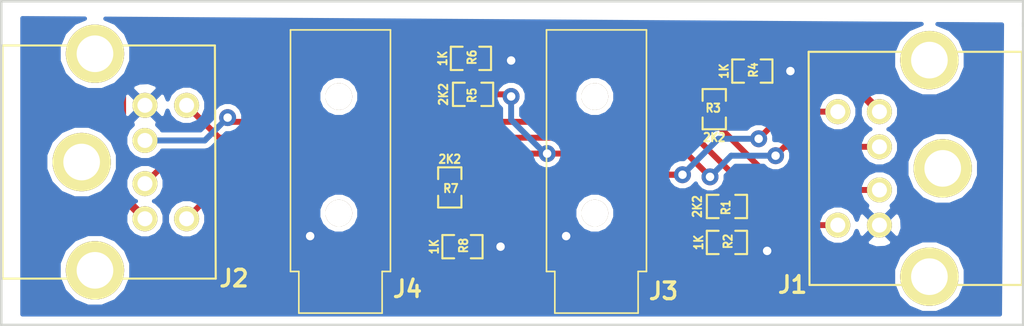
<source format=kicad_pcb>
(kicad_pcb (version 3) (host pcbnew "(2013-mar-13)-testing")

  (general
    (links 24)
    (no_connects 0)
    (area 206.299999 155.372999 267.791001 174.954001)
    (thickness 1.6)
    (drawings 11)
    (tracks 90)
    (zones 0)
    (modules 12)
    (nets 11)
  )

  (page A3)
  (layers
    (15 F.Cu signal)
    (0 B.Cu signal)
    (16 B.Adhes user)
    (17 F.Adhes user)
    (18 B.Paste user)
    (19 F.Paste user)
    (20 B.SilkS user)
    (21 F.SilkS user)
    (22 B.Mask user)
    (23 F.Mask user)
    (24 Dwgs.User user)
    (25 Cmts.User user)
    (26 Eco1.User user)
    (27 Eco2.User user)
    (28 Edge.Cuts user)
  )

  (setup
    (last_trace_width 0.3556)
    (trace_clearance 0.254)
    (zone_clearance 0.3048)
    (zone_45_only no)
    (trace_min 0.254)
    (segment_width 0.2)
    (edge_width 0.15)
    (via_size 1.016)
    (via_drill 0.508)
    (via_min_size 0.889)
    (via_min_drill 0.508)
    (uvia_size 0.508)
    (uvia_drill 0.127)
    (uvias_allowed no)
    (uvia_min_size 0.508)
    (uvia_min_drill 0.127)
    (pcb_text_width 0.3)
    (pcb_text_size 1.5 1.5)
    (mod_edge_width 0.15)
    (mod_text_size 1.5 1.5)
    (mod_text_width 0.15)
    (pad_size 1.4 1.4)
    (pad_drill 0.6)
    (pad_to_mask_clearance 0.2)
    (aux_axis_origin 0 0)
    (visible_elements FFFFFF7F)
    (pcbplotparams
      (layerselection 3178497)
      (usegerberextensions true)
      (excludeedgelayer true)
      (linewidth 152400)
      (plotframeref false)
      (viasonmask false)
      (mode 1)
      (useauxorigin false)
      (hpglpennumber 1)
      (hpglpenspeed 20)
      (hpglpendiameter 15)
      (hpglpenoverlay 2)
      (psnegative false)
      (psa4output false)
      (plotreference true)
      (plotvalue true)
      (plotothertext true)
      (plotinvisibletext false)
      (padsonsilk false)
      (subtractmaskfromsilk false)
      (outputformat 1)
      (mirror false)
      (drillshape 1)
      (scaleselection 1)
      (outputdirectory ""))
  )

  (net 0 "")
  (net 1 /CLK)
  (net 2 /CLK_OUT)
  (net 3 /DATA)
  (net 4 /DATA_OUT)
  (net 5 /M_CLK)
  (net 6 /M_CLK_OUT)
  (net 7 /M_DATA)
  (net 8 /M_DATA_OUT)
  (net 9 /VCC)
  (net 10 GND)

  (net_class Default "This is the default net class."
    (clearance 0.254)
    (trace_width 0.3556)
    (via_dia 1.016)
    (via_drill 0.508)
    (uvia_dia 0.508)
    (uvia_drill 0.127)
    (add_net "")
    (add_net /CLK)
    (add_net /CLK_OUT)
    (add_net /DATA)
    (add_net /DATA_OUT)
    (add_net /M_CLK)
    (add_net /M_CLK_OUT)
    (add_net /M_DATA)
    (add_net /M_DATA_OUT)
    (add_net /VCC)
    (add_net GND)
  )

  (module MD-6006 (layer F.Cu) (tedit 5191830A) (tstamp 519137EB)
    (at 211.201 165.1 90)
    (path /50935B42)
    (attr virtual)
    (fp_text reference J2 (at -4.17322 4.6228 90) (layer B.SilkS) hide
      (effects (font (size 0.8128 0.8128) (thickness 0.0889)))
    )
    (fp_text value MINI_DIN_6 (at 2.68478 4.66344 90) (layer B.SilkS) hide
      (effects (font (size 0.8128 0.8128) (thickness 0.0889)))
    )
    (fp_line (start 6.9977 -4.7498) (end -6.9977 -4.7498) (layer F.SilkS) (width 0.127))
    (fp_line (start -6.9977 -4.7498) (end -6.9977 -0.24892) (layer F.SilkS) (width 0.127))
    (fp_line (start -6.9977 -0.24892) (end -6.9977 8.04926) (layer F.SilkS) (width 0.127))
    (fp_line (start -6.9977 8.04926) (end 6.9977 7.99846) (layer F.SilkS) (width 0.127))
    (fp_line (start 6.9977 7.99846) (end 6.9977 1.74752) (layer F.SilkS) (width 0.127))
    (fp_line (start 6.9977 1.74752) (end 6.9977 -0.24892) (layer F.SilkS) (width 0.127))
    (fp_line (start 6.9977 -0.24892) (end 6.9977 -4.7498) (layer F.SilkS) (width 0.127))
    (fp_text user VAL (at -1.98 -6.21 90) (layer B.SilkS) hide
      (effects (font (size 1.5 1.5) (thickness 0.02)))
    )
    (pad "" thru_hole circle (at 6.5 0.8 90) (size 3.5 3.5) (drill 2.2)
      (layers *.Cu F.SilkS F.Mask)
    )
    (pad "" thru_hole circle (at 0 0 90) (size 3.5 3.5) (drill 2.2)
      (layers *.Cu F.SilkS F.Mask)
    )
    (pad "" thru_hole circle (at -6.5 0.8 90) (size 3.5 3.5) (drill 2.2)
      (layers *.Cu F.SilkS F.Mask)
    )
    (pad 4 thru_hole circle (at -3.405 3.8 90) (size 1.5 1.5) (drill 0.9)
      (layers *.Cu *.Mask F.SilkS)
      (net 9 /VCC)
    )
    (pad 5 thru_hole circle (at 3.405 6.3 90) (size 1.5 1.5) (drill 0.9)
      (layers *.Cu *.Mask F.SilkS)
      (net 1 /CLK)
    )
    (pad 6 thru_hole circle (at -3.405 6.3 90) (size 1.5 1.5) (drill 0.9)
      (layers *.Cu *.Mask F.SilkS)
      (net 5 /M_CLK)
    )
    (pad 1 thru_hole circle (at 1.295 3.8 90) (size 1.5 1.5) (drill 0.9)
      (layers *.Cu *.Mask F.SilkS)
      (net 3 /DATA)
    )
    (pad 2 thru_hole circle (at -1.295 3.8 90) (size 1.5 1.5) (drill 0.9)
      (layers *.Cu *.Mask F.SilkS)
      (net 7 /M_DATA)
    )
    (pad 3 thru_hole circle (at 3.405 3.8 90) (size 1.5 1.5) (drill 0.9)
      (layers *.Cu *.Mask F.SilkS)
      (net 10 GND)
    )
  )

  (module MD-6006 (layer F.Cu) (tedit 5191826B) (tstamp 519137D5)
    (at 262.89 165.481 270)
    (path /50935B3B)
    (attr virtual)
    (fp_text reference J1 (at -4.17322 4.6228 270) (layer B.SilkS) hide
      (effects (font (size 0.8128 0.8128) (thickness 0.0889)))
    )
    (fp_text value MINI_DIN_6 (at 2.68478 4.66344 270) (layer B.SilkS) hide
      (effects (font (size 0.8128 0.8128) (thickness 0.0889)))
    )
    (fp_line (start 6.9977 -4.7498) (end -6.9977 -4.7498) (layer F.SilkS) (width 0.127))
    (fp_line (start -6.9977 -4.7498) (end -6.9977 -0.24892) (layer F.SilkS) (width 0.127))
    (fp_line (start -6.9977 -0.24892) (end -6.9977 8.04926) (layer F.SilkS) (width 0.127))
    (fp_line (start -6.9977 8.04926) (end 6.9977 7.99846) (layer F.SilkS) (width 0.127))
    (fp_line (start 6.9977 7.99846) (end 6.9977 1.74752) (layer F.SilkS) (width 0.127))
    (fp_line (start 6.9977 1.74752) (end 6.9977 -0.24892) (layer F.SilkS) (width 0.127))
    (fp_line (start 6.9977 -0.24892) (end 6.9977 -4.7498) (layer F.SilkS) (width 0.127))
    (fp_text user VAL (at -1.98 -6.21 270) (layer B.SilkS) hide
      (effects (font (size 1.5 1.5) (thickness 0.02)))
    )
    (pad "" thru_hole circle (at 6.5 0.8 270) (size 3.5 3.5) (drill 2.2)
      (layers *.Cu F.SilkS F.Mask)
    )
    (pad "" thru_hole circle (at 0 0 270) (size 3.5 3.5) (drill 2.2)
      (layers *.Cu F.SilkS F.Mask)
    )
    (pad "" thru_hole circle (at -6.5 0.8 270) (size 3.5 3.5) (drill 2.2)
      (layers *.Cu F.SilkS F.Mask)
    )
    (pad 4 thru_hole circle (at -3.405 3.8 270) (size 1.5 1.5) (drill 0.9)
      (layers *.Cu *.Mask F.SilkS)
      (net 9 /VCC)
    )
    (pad 5 thru_hole circle (at 3.405 6.3 270) (size 1.5 1.5) (drill 0.9)
      (layers *.Cu *.Mask F.SilkS)
      (net 1 /CLK)
    )
    (pad 6 thru_hole circle (at -3.405 6.3 270) (size 1.5 1.5) (drill 0.9)
      (layers *.Cu *.Mask F.SilkS)
      (net 5 /M_CLK)
    )
    (pad 1 thru_hole circle (at 1.295 3.8 270) (size 1.5 1.5) (drill 0.9)
      (layers *.Cu *.Mask F.SilkS)
      (net 3 /DATA)
    )
    (pad 2 thru_hole circle (at -1.295 3.8 270) (size 1.5 1.5) (drill 0.9)
      (layers *.Cu *.Mask F.SilkS)
      (net 7 /M_DATA)
    )
    (pad 3 thru_hole circle (at 3.405 3.8 270) (size 1.5 1.5) (drill 0.9)
      (layers *.Cu *.Mask F.SilkS)
      (net 10 GND)
    )
  )

  (module SM0603_Resistor (layer F.Cu) (tedit 51918401) (tstamp 51913819)
    (at 249.936 167.767 180)
    (path /518F3957)
    (attr smd)
    (fp_text reference R1 (at 0.0635 -0.0635 270) (layer F.SilkS)
      (effects (font (size 0.50038 0.4572) (thickness 0.1143)))
    )
    (fp_text value 2K2 (at 1.778 0 270) (layer F.SilkS)
      (effects (font (size 0.508 0.4572) (thickness 0.1143)))
    )
    (fp_line (start -0.50038 -0.6985) (end -1.2065 -0.6985) (layer F.SilkS) (width 0.127))
    (fp_line (start -1.2065 -0.6985) (end -1.2065 0.6985) (layer F.SilkS) (width 0.127))
    (fp_line (start -1.2065 0.6985) (end -0.50038 0.6985) (layer F.SilkS) (width 0.127))
    (fp_line (start 1.2065 -0.6985) (end 0.50038 -0.6985) (layer F.SilkS) (width 0.127))
    (fp_line (start 1.2065 -0.6985) (end 1.2065 0.6985) (layer F.SilkS) (width 0.127))
    (fp_line (start 1.2065 0.6985) (end 0.50038 0.6985) (layer F.SilkS) (width 0.127))
    (pad 1 smd rect (at -0.762 0 180) (size 0.635 1.143)
      (layers F.Cu F.Paste F.Mask)
      (net 1 /CLK)
    )
    (pad 2 smd rect (at 0.762 0 180) (size 0.635 1.143)
      (layers F.Cu F.Paste F.Mask)
      (net 2 /CLK_OUT)
    )
    (model smd\resistors\R0603.wrl
      (at (xyz 0 0 0.001))
      (scale (xyz 0.5 0.5 0.5))
      (rotate (xyz 0 0 0))
    )
  )

  (module SM0603_Resistor (layer F.Cu) (tedit 5051B21B) (tstamp 51913825)
    (at 249.936 169.926)
    (path /518F3966)
    (attr smd)
    (fp_text reference R2 (at 0.0635 -0.0635 90) (layer F.SilkS)
      (effects (font (size 0.50038 0.4572) (thickness 0.1143)))
    )
    (fp_text value 1K (at -1.69926 0 90) (layer F.SilkS)
      (effects (font (size 0.508 0.4572) (thickness 0.1143)))
    )
    (fp_line (start -0.50038 -0.6985) (end -1.2065 -0.6985) (layer F.SilkS) (width 0.127))
    (fp_line (start -1.2065 -0.6985) (end -1.2065 0.6985) (layer F.SilkS) (width 0.127))
    (fp_line (start -1.2065 0.6985) (end -0.50038 0.6985) (layer F.SilkS) (width 0.127))
    (fp_line (start 1.2065 -0.6985) (end 0.50038 -0.6985) (layer F.SilkS) (width 0.127))
    (fp_line (start 1.2065 -0.6985) (end 1.2065 0.6985) (layer F.SilkS) (width 0.127))
    (fp_line (start 1.2065 0.6985) (end 0.50038 0.6985) (layer F.SilkS) (width 0.127))
    (pad 1 smd rect (at -0.762 0) (size 0.635 1.143)
      (layers F.Cu F.Paste F.Mask)
      (net 2 /CLK_OUT)
    )
    (pad 2 smd rect (at 0.762 0) (size 0.635 1.143)
      (layers F.Cu F.Paste F.Mask)
      (net 10 GND)
    )
    (model smd\resistors\R0603.wrl
      (at (xyz 0 0 0.001))
      (scale (xyz 0.5 0.5 0.5))
      (rotate (xyz 0 0 0))
    )
  )

  (module SM0603_Resistor (layer F.Cu) (tedit 5051B21B) (tstamp 51913831)
    (at 249.174 161.925 90)
    (path /518F3975)
    (attr smd)
    (fp_text reference R3 (at 0.0635 -0.0635 180) (layer F.SilkS)
      (effects (font (size 0.50038 0.4572) (thickness 0.1143)))
    )
    (fp_text value 2K2 (at -1.69926 0 180) (layer F.SilkS)
      (effects (font (size 0.508 0.4572) (thickness 0.1143)))
    )
    (fp_line (start -0.50038 -0.6985) (end -1.2065 -0.6985) (layer F.SilkS) (width 0.127))
    (fp_line (start -1.2065 -0.6985) (end -1.2065 0.6985) (layer F.SilkS) (width 0.127))
    (fp_line (start -1.2065 0.6985) (end -0.50038 0.6985) (layer F.SilkS) (width 0.127))
    (fp_line (start 1.2065 -0.6985) (end 0.50038 -0.6985) (layer F.SilkS) (width 0.127))
    (fp_line (start 1.2065 -0.6985) (end 1.2065 0.6985) (layer F.SilkS) (width 0.127))
    (fp_line (start 1.2065 0.6985) (end 0.50038 0.6985) (layer F.SilkS) (width 0.127))
    (pad 1 smd rect (at -0.762 0 90) (size 0.635 1.143)
      (layers F.Cu F.Paste F.Mask)
      (net 3 /DATA)
    )
    (pad 2 smd rect (at 0.762 0 90) (size 0.635 1.143)
      (layers F.Cu F.Paste F.Mask)
      (net 4 /DATA_OUT)
    )
    (model smd\resistors\R0603.wrl
      (at (xyz 0 0 0.001))
      (scale (xyz 0.5 0.5 0.5))
      (rotate (xyz 0 0 0))
    )
  )

  (module SM0603_Resistor (layer F.Cu) (tedit 5051B21B) (tstamp 5191383D)
    (at 251.46 159.639)
    (path /518F3BBF)
    (attr smd)
    (fp_text reference R4 (at 0.0635 -0.0635 90) (layer F.SilkS)
      (effects (font (size 0.50038 0.4572) (thickness 0.1143)))
    )
    (fp_text value 1K (at -1.69926 0 90) (layer F.SilkS)
      (effects (font (size 0.508 0.4572) (thickness 0.1143)))
    )
    (fp_line (start -0.50038 -0.6985) (end -1.2065 -0.6985) (layer F.SilkS) (width 0.127))
    (fp_line (start -1.2065 -0.6985) (end -1.2065 0.6985) (layer F.SilkS) (width 0.127))
    (fp_line (start -1.2065 0.6985) (end -0.50038 0.6985) (layer F.SilkS) (width 0.127))
    (fp_line (start 1.2065 -0.6985) (end 0.50038 -0.6985) (layer F.SilkS) (width 0.127))
    (fp_line (start 1.2065 -0.6985) (end 1.2065 0.6985) (layer F.SilkS) (width 0.127))
    (fp_line (start 1.2065 0.6985) (end 0.50038 0.6985) (layer F.SilkS) (width 0.127))
    (pad 1 smd rect (at -0.762 0) (size 0.635 1.143)
      (layers F.Cu F.Paste F.Mask)
      (net 4 /DATA_OUT)
    )
    (pad 2 smd rect (at 0.762 0) (size 0.635 1.143)
      (layers F.Cu F.Paste F.Mask)
      (net 10 GND)
    )
    (model smd\resistors\R0603.wrl
      (at (xyz 0 0 0.001))
      (scale (xyz 0.5 0.5 0.5))
      (rotate (xyz 0 0 0))
    )
  )

  (module SM0603_Resistor (layer F.Cu) (tedit 519183F5) (tstamp 51913849)
    (at 234.696 161.036 180)
    (path /518F49E7)
    (attr smd)
    (fp_text reference R5 (at 0.0635 -0.0635 270) (layer F.SilkS)
      (effects (font (size 0.50038 0.4572) (thickness 0.1143)))
    )
    (fp_text value 2K2 (at 1.778 0 270) (layer F.SilkS)
      (effects (font (size 0.508 0.4572) (thickness 0.1143)))
    )
    (fp_line (start -0.50038 -0.6985) (end -1.2065 -0.6985) (layer F.SilkS) (width 0.127))
    (fp_line (start -1.2065 -0.6985) (end -1.2065 0.6985) (layer F.SilkS) (width 0.127))
    (fp_line (start -1.2065 0.6985) (end -0.50038 0.6985) (layer F.SilkS) (width 0.127))
    (fp_line (start 1.2065 -0.6985) (end 0.50038 -0.6985) (layer F.SilkS) (width 0.127))
    (fp_line (start 1.2065 -0.6985) (end 1.2065 0.6985) (layer F.SilkS) (width 0.127))
    (fp_line (start 1.2065 0.6985) (end 0.50038 0.6985) (layer F.SilkS) (width 0.127))
    (pad 1 smd rect (at -0.762 0 180) (size 0.635 1.143)
      (layers F.Cu F.Paste F.Mask)
      (net 7 /M_DATA)
    )
    (pad 2 smd rect (at 0.762 0 180) (size 0.635 1.143)
      (layers F.Cu F.Paste F.Mask)
      (net 8 /M_DATA_OUT)
    )
    (model smd\resistors\R0603.wrl
      (at (xyz 0 0 0.001))
      (scale (xyz 0.5 0.5 0.5))
      (rotate (xyz 0 0 0))
    )
  )

  (module SM0603_Resistor (layer F.Cu) (tedit 5051B21B) (tstamp 51913855)
    (at 234.569 158.877)
    (path /518F49F6)
    (attr smd)
    (fp_text reference R6 (at 0.0635 -0.0635 90) (layer F.SilkS)
      (effects (font (size 0.50038 0.4572) (thickness 0.1143)))
    )
    (fp_text value 1K (at -1.69926 0 90) (layer F.SilkS)
      (effects (font (size 0.508 0.4572) (thickness 0.1143)))
    )
    (fp_line (start -0.50038 -0.6985) (end -1.2065 -0.6985) (layer F.SilkS) (width 0.127))
    (fp_line (start -1.2065 -0.6985) (end -1.2065 0.6985) (layer F.SilkS) (width 0.127))
    (fp_line (start -1.2065 0.6985) (end -0.50038 0.6985) (layer F.SilkS) (width 0.127))
    (fp_line (start 1.2065 -0.6985) (end 0.50038 -0.6985) (layer F.SilkS) (width 0.127))
    (fp_line (start 1.2065 -0.6985) (end 1.2065 0.6985) (layer F.SilkS) (width 0.127))
    (fp_line (start 1.2065 0.6985) (end 0.50038 0.6985) (layer F.SilkS) (width 0.127))
    (pad 1 smd rect (at -0.762 0) (size 0.635 1.143)
      (layers F.Cu F.Paste F.Mask)
      (net 8 /M_DATA_OUT)
    )
    (pad 2 smd rect (at 0.762 0) (size 0.635 1.143)
      (layers F.Cu F.Paste F.Mask)
      (net 10 GND)
    )
    (model smd\resistors\R0603.wrl
      (at (xyz 0 0 0.001))
      (scale (xyz 0.5 0.5 0.5))
      (rotate (xyz 0 0 0))
    )
  )

  (module SM0603_Resistor (layer F.Cu) (tedit 5051B21B) (tstamp 51913861)
    (at 233.299 166.624 270)
    (path /518F4A14)
    (attr smd)
    (fp_text reference R7 (at 0.0635 -0.0635 360) (layer F.SilkS)
      (effects (font (size 0.50038 0.4572) (thickness 0.1143)))
    )
    (fp_text value 2K2 (at -1.69926 0 360) (layer F.SilkS)
      (effects (font (size 0.508 0.4572) (thickness 0.1143)))
    )
    (fp_line (start -0.50038 -0.6985) (end -1.2065 -0.6985) (layer F.SilkS) (width 0.127))
    (fp_line (start -1.2065 -0.6985) (end -1.2065 0.6985) (layer F.SilkS) (width 0.127))
    (fp_line (start -1.2065 0.6985) (end -0.50038 0.6985) (layer F.SilkS) (width 0.127))
    (fp_line (start 1.2065 -0.6985) (end 0.50038 -0.6985) (layer F.SilkS) (width 0.127))
    (fp_line (start 1.2065 -0.6985) (end 1.2065 0.6985) (layer F.SilkS) (width 0.127))
    (fp_line (start 1.2065 0.6985) (end 0.50038 0.6985) (layer F.SilkS) (width 0.127))
    (pad 1 smd rect (at -0.762 0 270) (size 0.635 1.143)
      (layers F.Cu F.Paste F.Mask)
      (net 5 /M_CLK)
    )
    (pad 2 smd rect (at 0.762 0 270) (size 0.635 1.143)
      (layers F.Cu F.Paste F.Mask)
      (net 6 /M_CLK_OUT)
    )
    (model smd\resistors\R0603.wrl
      (at (xyz 0 0 0.001))
      (scale (xyz 0.5 0.5 0.5))
      (rotate (xyz 0 0 0))
    )
  )

  (module SM0603_Resistor (layer F.Cu) (tedit 5051B21B) (tstamp 5191386D)
    (at 234.061 170.18)
    (path /518F4A05)
    (attr smd)
    (fp_text reference R8 (at 0.0635 -0.0635 90) (layer F.SilkS)
      (effects (font (size 0.50038 0.4572) (thickness 0.1143)))
    )
    (fp_text value 1K (at -1.69926 0 90) (layer F.SilkS)
      (effects (font (size 0.508 0.4572) (thickness 0.1143)))
    )
    (fp_line (start -0.50038 -0.6985) (end -1.2065 -0.6985) (layer F.SilkS) (width 0.127))
    (fp_line (start -1.2065 -0.6985) (end -1.2065 0.6985) (layer F.SilkS) (width 0.127))
    (fp_line (start -1.2065 0.6985) (end -0.50038 0.6985) (layer F.SilkS) (width 0.127))
    (fp_line (start 1.2065 -0.6985) (end 0.50038 -0.6985) (layer F.SilkS) (width 0.127))
    (fp_line (start 1.2065 -0.6985) (end 1.2065 0.6985) (layer F.SilkS) (width 0.127))
    (fp_line (start 1.2065 0.6985) (end 0.50038 0.6985) (layer F.SilkS) (width 0.127))
    (pad 1 smd rect (at -0.762 0) (size 0.635 1.143)
      (layers F.Cu F.Paste F.Mask)
      (net 6 /M_CLK_OUT)
    )
    (pad 2 smd rect (at 0.762 0) (size 0.635 1.143)
      (layers F.Cu F.Paste F.Mask)
      (net 10 GND)
    )
    (model smd\resistors\R0603.wrl
      (at (xyz 0 0 0.001))
      (scale (xyz 0.5 0.5 0.5))
      (rotate (xyz 0 0 0))
    )
  )

  (module JACK_35MM_NO_SWITCH (layer F.Cu) (tedit 51917F89) (tstamp 51916E0D)
    (at 241.935 164.338 90)
    (path /518F420F)
    (fp_text reference J3 (at -0.04 7.77 90) (layer F.SilkS) hide
      (effects (font (size 1.5 1.5) (thickness 0.15)))
    )
    (fp_text value JACK_NO_SWITCH (at -0.04 -6.45 90) (layer F.SilkS) hide
      (effects (font (size 1.5 1.5) (thickness 0.15)))
    )
    (fp_line (start 7.17 -2.83) (end 7.17 3.17) (layer F.SilkS) (width 0.1))
    (fp_line (start -7.33 3.17) (end 7.17 3.17) (layer F.SilkS) (width 0.1))
    (fp_line (start -7.33 -2.83) (end 7.17 -2.83) (layer F.SilkS) (width 0.1))
    (fp_line (start -7.33 2.67) (end -7.33 3.17) (layer F.SilkS) (width 0.1))
    (fp_line (start -7.33 -2.33) (end -7.33 -2.83) (layer F.SilkS) (width 0.1))
    (fp_line (start -9.83 -2.33) (end -7.33 -2.33) (layer F.SilkS) (width 0.1))
    (fp_line (start -9.83 2.67) (end -7.33 2.67) (layer F.SilkS) (width 0.1))
    (fp_line (start -9.83 2.67) (end -9.83 -2.33) (layer F.SilkS) (width 0.1))
    (pad 1 smd rect (at -3.23 -3.53 90) (size 2.4 2.4)
      (layers F.Cu F.Paste F.Mask)
      (net 10 GND)
    )
    (pad 2 smd rect (at 4.37 3.72 90) (size 2.9 2.9)
      (layers F.Cu F.Paste F.Mask)
      (net 4 /DATA_OUT)
    )
    (pad 3 smd rect (at -4.93 3.87 90) (size 2.4 2.4)
      (layers F.Cu F.Paste F.Mask)
      (net 2 /CLK_OUT)
    )
    (pad "" thru_hole circle (at -3.83 0.07 90) (size 1.6 1.6) (drill 1.6)
      (layers *.Cu *.Mask F.SilkS)
    )
    (pad "" thru_hole circle (at 3.17 0.07 90) (size 1.6 1.6) (drill 1.6)
      (layers *.Cu *.Mask F.SilkS)
    )
  )

  (module JACK_35MM_NO_SWITCH (layer F.Cu) (tedit 51917F80) (tstamp 51916E1E)
    (at 226.568 164.338 90)
    (path /509361DA)
    (fp_text reference J4 (at -0.04 7.77 90) (layer F.SilkS) hide
      (effects (font (size 1.5 1.5) (thickness 0.15)))
    )
    (fp_text value JACK_NO_SWITCH (at -0.04 -6.45 90) (layer F.SilkS) hide
      (effects (font (size 1.5 1.5) (thickness 0.15)))
    )
    (fp_line (start 7.17 -2.83) (end 7.17 3.17) (layer F.SilkS) (width 0.1))
    (fp_line (start -7.33 3.17) (end 7.17 3.17) (layer F.SilkS) (width 0.1))
    (fp_line (start -7.33 -2.83) (end 7.17 -2.83) (layer F.SilkS) (width 0.1))
    (fp_line (start -7.33 2.67) (end -7.33 3.17) (layer F.SilkS) (width 0.1))
    (fp_line (start -7.33 -2.33) (end -7.33 -2.83) (layer F.SilkS) (width 0.1))
    (fp_line (start -9.83 -2.33) (end -7.33 -2.33) (layer F.SilkS) (width 0.1))
    (fp_line (start -9.83 2.67) (end -7.33 2.67) (layer F.SilkS) (width 0.1))
    (fp_line (start -9.83 2.67) (end -9.83 -2.33) (layer F.SilkS) (width 0.1))
    (pad 1 smd rect (at -3.23 -3.53 90) (size 2.4 2.4)
      (layers F.Cu F.Paste F.Mask)
      (net 10 GND)
    )
    (pad 2 smd rect (at 4.37 3.72 90) (size 2.9 2.9)
      (layers F.Cu F.Paste F.Mask)
      (net 8 /M_DATA_OUT)
    )
    (pad 3 smd rect (at -4.93 3.87 90) (size 2.4 2.4)
      (layers F.Cu F.Paste F.Mask)
      (net 6 /M_CLK_OUT)
    )
    (pad "" thru_hole circle (at -3.83 0.07 90) (size 1.6 1.6) (drill 1.6)
      (layers *.Cu *.Mask F.SilkS)
    )
    (pad "" thru_hole circle (at 3.17 0.07 90) (size 1.6 1.6) (drill 1.6)
      (layers *.Cu *.Mask F.SilkS)
    )
  )

  (gr_text J4 (at 230.759 172.72) (layer F.SilkS)
    (effects (font (size 1 1) (thickness 0.2)))
  )
  (gr_text J3 (at 246.126 172.847) (layer F.SilkS)
    (effects (font (size 1 1) (thickness 0.2)))
  )
  (gr_text J2 (at 220.345 172.085) (layer F.SilkS)
    (effects (font (size 1 1) (thickness 0.2)))
  )
  (gr_text J1 (at 253.873 172.466) (layer F.SilkS)
    (effects (font (size 1 1) (thickness 0.2)))
  )
  (gr_line (start 206.375 155.448) (end 206.375 155.575) (angle 90) (layer Edge.Cuts) (width 0.15))
  (gr_line (start 206.375 156.083) (end 206.375 155.448) (angle 90) (layer Edge.Cuts) (width 0.15))
  (gr_line (start 267.716 174.879) (end 206.375 174.879) (angle 90) (layer Edge.Cuts) (width 0.15))
  (gr_line (start 267.716 156.972) (end 267.716 155.448) (angle 90) (layer Edge.Cuts) (width 0.15))
  (gr_line (start 206.375 155.448) (end 267.716 155.448) (angle 90) (layer Edge.Cuts) (width 0.15))
  (gr_line (start 206.375 174.879) (end 206.375 155.956) (angle 90) (layer Edge.Cuts) (width 0.15))
  (gr_line (start 267.716 156.718) (end 267.716 174.879) (angle 90) (layer Edge.Cuts) (width 0.15))

  (segment (start 248.0945 163.6395) (end 219.4455 163.6395) (width 0.3556) (layer F.Cu) (net 1))
  (segment (start 219.4455 163.6395) (end 217.501 161.695) (width 0.3556) (layer F.Cu) (net 1) (tstamp 51917D3E))
  (segment (start 219.382 163.576) (end 217.501 161.695) (width 0.3556) (layer F.Cu) (net 1) (tstamp 51917A0F) (status 20))
  (segment (start 250.698 167.767) (end 250.698 166.243) (width 0.3556) (layer F.Cu) (net 1) (status 10))
  (segment (start 250.698 166.243) (end 248.0945 163.6395) (width 0.3556) (layer F.Cu) (net 1) (tstamp 519176C4))
  (segment (start 248.0945 163.6395) (end 248.031 163.576) (width 0.3556) (layer F.Cu) (net 1) (tstamp 51917D3C))
  (segment (start 256.59 168.886) (end 251.817 168.886) (width 0.3556) (layer F.Cu) (net 1) (status 10))
  (segment (start 251.817 168.886) (end 250.698 167.767) (width 0.3556) (layer F.Cu) (net 1) (tstamp 519172D3) (status 20))
  (segment (start 249.174 167.767) (end 249.174 168.91) (width 0.3556) (layer F.Cu) (net 2) (status 10))
  (segment (start 249.174 168.91) (end 246.036 168.91) (width 0.3556) (layer F.Cu) (net 2) (status 20))
  (segment (start 246.036 168.91) (end 245.805 169.141) (width 0.3556) (layer F.Cu) (net 2) (tstamp 5191705D) (status 30))
  (segment (start 249.174 168.91) (end 249.174 169.926) (width 0.3556) (layer F.Cu) (net 2) (tstamp 5191705B) (status 20))
  (segment (start 249.174 162.687) (end 220.218 162.687) (width 0.3556) (layer F.Cu) (net 3))
  (segment (start 220.218 162.687) (end 219.964 162.433) (width 0.3556) (layer F.Cu) (net 3) (tstamp 51917D48))
  (segment (start 220.218 162.687) (end 219.964 162.433) (width 0.3556) (layer F.Cu) (net 3) (tstamp 51917A18))
  (segment (start 218.592 163.805) (end 215.001 163.805) (width 0.3556) (layer B.Cu) (net 3) (tstamp 519178B0) (status 20))
  (segment (start 219.964 162.433) (end 218.592 163.805) (width 0.3556) (layer B.Cu) (net 3) (tstamp 519178AF))
  (via (at 219.964 162.433) (size 1.016) (layers F.Cu B.Cu) (net 3))
  (segment (start 259.09 166.776) (end 253.263 166.776) (width 0.3556) (layer F.Cu) (net 3) (status 10))
  (segment (start 253.263 166.776) (end 249.174 162.687) (width 0.3556) (layer F.Cu) (net 3) (tstamp 519174B8) (status 20))
  (segment (start 249.047 159.893) (end 250.444 159.893) (width 0.3556) (layer F.Cu) (net 4))
  (segment (start 250.444 159.893) (end 250.698 159.639) (width 0.3556) (layer F.Cu) (net 4) (tstamp 51917B2A))
  (segment (start 249.174 159.893) (end 249.047 159.893) (width 0.3556) (layer F.Cu) (net 4) (status 20))
  (segment (start 249.047 159.893) (end 245.707 159.893) (width 0.3556) (layer F.Cu) (net 4) (tstamp 51917B28) (status 20))
  (segment (start 245.707 159.893) (end 245.655 159.841) (width 0.3556) (layer F.Cu) (net 4) (tstamp 519170F4) (status 30))
  (segment (start 249.174 159.893) (end 249.174 160.909) (width 0.3556) (layer F.Cu) (net 4) (tstamp 519170F2) (status 20))
  (segment (start 247.269 165.862) (end 233.299 165.862) (width 0.3556) (layer F.Cu) (net 5))
  (segment (start 217.501 168.505) (end 220.144 165.862) (width 0.3556) (layer F.Cu) (net 5))
  (segment (start 220.144 165.862) (end 233.299 165.862) (width 0.3556) (layer F.Cu) (net 5) (tstamp 51917C71))
  (segment (start 246.253 165.862) (end 247.269 165.862) (width 0.3556) (layer F.Cu) (net 5))
  (segment (start 253.468 162.076) (end 256.59 162.076) (width 0.3556) (layer F.Cu) (net 5) (tstamp 51917AB1) (status 20))
  (segment (start 251.841 163.703) (end 253.468 162.076) (width 0.3556) (layer F.Cu) (net 5) (tstamp 51917AB0))
  (via (at 251.841 163.703) (size 1.016) (layers F.Cu B.Cu) (net 5))
  (segment (start 249.428 163.703) (end 251.841 163.703) (width 0.3556) (layer B.Cu) (net 5) (tstamp 51917AA4))
  (segment (start 247.269 165.862) (end 249.428 163.703) (width 0.3556) (layer B.Cu) (net 5) (tstamp 51917AA3))
  (via (at 247.269 165.862) (size 1.016) (layers F.Cu B.Cu) (net 5))
  (segment (start 233.426 165.735) (end 233.299 165.862) (width 0.3556) (layer F.Cu) (net 5) (tstamp 51917937) (status 30))
  (segment (start 233.299 167.386) (end 233.299 170.18) (width 0.3556) (layer F.Cu) (net 6) (status 30))
  (segment (start 233.299 170.18) (end 233.299 169.164) (width 0.3556) (layer F.Cu) (net 6) (status 10))
  (segment (start 233.299 169.164) (end 233.276 169.141) (width 0.3556) (layer F.Cu) (net 6) (tstamp 519173E6))
  (segment (start 230.819 169.141) (end 233.276 169.141) (width 0.3556) (layer F.Cu) (net 6) (status 10))
  (segment (start 252.857 164.719) (end 250.19 164.719) (width 0.3556) (layer B.Cu) (net 7))
  (segment (start 247.523 164.592) (end 248.92 165.989) (width 0.3556) (layer F.Cu) (net 7) (tstamp 51917A7C))
  (via (at 248.92 165.989) (size 1.016) (layers F.Cu B.Cu) (net 7))
  (segment (start 247.523 164.592) (end 247.269 164.592) (width 0.3556) (layer F.Cu) (net 7) (tstamp 51917D1E))
  (segment (start 250.19 164.719) (end 248.92 165.989) (width 0.3556) (layer B.Cu) (net 7) (tstamp 51917FBC))
  (segment (start 220.599 164.592) (end 239.141 164.592) (width 0.3556) (layer F.Cu) (net 7))
  (segment (start 247.269 164.592) (end 239.141 164.592) (width 0.3556) (layer F.Cu) (net 7))
  (segment (start 239.014 164.592) (end 236.982 162.56) (width 0.3556) (layer B.Cu) (net 7) (tstamp 519178D8))
  (via (at 239.141 164.592) (size 1.016) (layers F.Cu B.Cu) (net 7))
  (segment (start 239.141 164.592) (end 239.014 164.592) (width 0.3556) (layer B.Cu) (net 7) (tstamp 51917D28))
  (segment (start 236.855 161.036) (end 235.458 161.036) (width 0.3556) (layer F.Cu) (net 7) (tstamp 519178E6) (status 20))
  (segment (start 236.982 161.163) (end 236.855 161.036) (width 0.3556) (layer F.Cu) (net 7) (tstamp 519178E5))
  (via (at 236.982 161.163) (size 1.016) (layers F.Cu B.Cu) (net 7))
  (segment (start 236.982 162.56) (end 236.982 161.163) (width 0.3556) (layer B.Cu) (net 7) (tstamp 519178D9))
  (segment (start 247.142 164.592) (end 247.269 164.592) (width 0.3556) (layer F.Cu) (net 7))
  (segment (start 253.39 164.186) (end 259.09 164.186) (width 0.3556) (layer F.Cu) (net 7) (tstamp 51917A94) (status 20))
  (segment (start 252.857 164.719) (end 253.39 164.186) (width 0.3556) (layer F.Cu) (net 7) (tstamp 51917A93))
  (via (at 252.857 164.719) (size 1.016) (layers F.Cu B.Cu) (net 7))
  (segment (start 220.726 164.592) (end 220.599 164.592) (width 0.3556) (layer F.Cu) (net 7) (tstamp 51917BA5))
  (segment (start 220.599 164.592) (end 220.218 164.592) (width 0.3556) (layer F.Cu) (net 7) (tstamp 51917D33))
  (segment (start 220.218 164.592) (end 216.804 164.592) (width 0.3556) (layer F.Cu) (net 7) (tstamp 51917C84))
  (segment (start 216.804 164.592) (end 215.001 166.395) (width 0.3556) (layer F.Cu) (net 7) (tstamp 519179FF) (status 20))
  (segment (start 230.669 159.841) (end 233.68 159.841) (width 0.3556) (layer F.Cu) (net 8) (status 10))
  (segment (start 233.68 158.623) (end 233.68 159.841) (width 0.3556) (layer F.Cu) (net 8) (status 10))
  (segment (start 233.68 159.841) (end 233.68 160.655) (width 0.3556) (layer F.Cu) (net 8) (tstamp 519173B1) (status 20))
  (segment (start 259.09 162.076) (end 259.09 162.062) (width 0.508) (layer F.Cu) (net 9))
  (segment (start 213.614 167.118) (end 215.001 168.505) (width 0.508) (layer F.Cu) (net 9) (tstamp 51918039))
  (segment (start 213.614 160.655) (end 213.614 167.118) (width 0.508) (layer F.Cu) (net 9) (tstamp 5191802F))
  (segment (start 216.916 157.353) (end 213.614 160.655) (width 0.508) (layer F.Cu) (net 9) (tstamp 51918027))
  (segment (start 254.381 157.353) (end 216.916 157.353) (width 0.508) (layer F.Cu) (net 9) (tstamp 5191801B))
  (segment (start 259.09 162.062) (end 254.381 157.353) (width 0.508) (layer F.Cu) (net 9) (tstamp 51918017))
  (segment (start 223.038 167.568) (end 223.038 167.666) (width 0.3556) (layer F.Cu) (net 10))
  (via (at 224.917 169.545) (size 1.016) (layers F.Cu B.Cu) (net 10))
  (segment (start 223.038 167.666) (end 224.917 169.545) (width 0.3556) (layer F.Cu) (net 10) (tstamp 51917F59))
  (segment (start 238.405 167.568) (end 238.405 167.666) (width 0.3556) (layer F.Cu) (net 10))
  (via (at 240.284 169.545) (size 1.016) (layers F.Cu B.Cu) (net 10))
  (segment (start 238.405 167.666) (end 240.284 169.545) (width 0.3556) (layer F.Cu) (net 10) (tstamp 51917F4F))
  (segment (start 234.823 170.18) (end 236.347 170.18) (width 0.3556) (layer F.Cu) (net 10))
  (via (at 236.347 170.18) (size 1.016) (layers F.Cu B.Cu) (net 10))
  (segment (start 250.698 169.926) (end 251.841 169.926) (width 0.3556) (layer F.Cu) (net 10))
  (via (at 252.349 170.434) (size 1.016) (layers F.Cu B.Cu) (net 10))
  (segment (start 251.841 169.926) (end 252.349 170.434) (width 0.3556) (layer F.Cu) (net 10) (tstamp 51917F37))
  (segment (start 252.222 159.639) (end 253.746 159.639) (width 0.3556) (layer F.Cu) (net 10))
  (via (at 253.746 159.639) (size 1.016) (layers F.Cu B.Cu) (net 10))
  (segment (start 235.331 158.877) (end 236.855 158.877) (width 0.3556) (layer F.Cu) (net 10))
  (via (at 236.982 159.004) (size 1.016) (layers F.Cu B.Cu) (net 10))
  (segment (start 236.855 158.877) (end 236.982 159.004) (width 0.3556) (layer F.Cu) (net 10) (tstamp 51917B7D))
  (segment (start 223.419 167.441) (end 223.419 167.92) (width 0.3556) (layer F.Cu) (net 10) (status 30))
  (segment (start 238.405 167.441) (end 238.405 167.793) (width 0.3556) (layer F.Cu) (net 10) (status 30))

  (zone (net 10) (net_name GND) (layer B.Cu) (tstamp 51917E57) (hatch edge 0.508)
    (connect_pads (clearance 0.3048))
    (min_thickness 0.254)
    (fill (arc_segments 16) (thermal_gap 0.508) (thermal_bridge_width 0.508))
    (polygon
      (pts
        (xy 266.573 156.718) (xy 266.447799 174.371276) (xy 265.620363 174.371272) (xy 265.557 174.498) (xy 265.557898 174.371271)
        (xy 207.518 174.371) (xy 207.518 156.337)
      )
    )
    (filled_polygon
      (pts
        (xy 266.445102 156.844177) (xy 266.321697 174.244275) (xy 265.685801 174.244272) (xy 265.541872 174.244272) (xy 265.541872 174.244271)
        (xy 265.072177 174.244268) (xy 265.072177 165.048917) (xy 264.740718 164.246725) (xy 264.127504 163.632439) (xy 263.325891 163.299581)
        (xy 262.457917 163.298823) (xy 261.655725 163.630282) (xy 261.041439 164.243496) (xy 260.708581 165.045109) (xy 260.707823 165.913083)
        (xy 261.039282 166.715275) (xy 261.652496 167.329561) (xy 262.454109 167.662419) (xy 263.322083 167.663177) (xy 264.124275 167.331718)
        (xy 264.738561 166.718504) (xy 265.071419 165.916891) (xy 265.072177 165.048917) (xy 265.072177 174.244268) (xy 264.272177 174.244265)
        (xy 264.272177 171.548917) (xy 263.940718 170.746725) (xy 263.327504 170.132439) (xy 262.525891 169.799581) (xy 261.657917 169.798823)
        (xy 260.855725 170.130282) (xy 260.487198 170.498165) (xy 260.487198 169.09083) (xy 260.459228 168.540554) (xy 260.302458 168.162078)
        (xy 260.272004 168.153484) (xy 260.272004 166.541957) (xy 260.272004 163.951957) (xy 260.092465 163.517439) (xy 259.76031 163.184704)
        (xy 259.631196 163.131091) (xy 259.758561 163.078465) (xy 260.091296 162.74631) (xy 260.271594 162.312106) (xy 260.272004 161.841957)
        (xy 260.092465 161.407439) (xy 259.76031 161.074704) (xy 259.326106 160.894406) (xy 258.855957 160.893996) (xy 258.421439 161.073535)
        (xy 258.088704 161.40569) (xy 257.908406 161.839894) (xy 257.907996 162.310043) (xy 258.087535 162.744561) (xy 258.41969 163.077296)
        (xy 258.548803 163.130908) (xy 258.421439 163.183535) (xy 258.088704 163.51569) (xy 257.908406 163.949894) (xy 257.907996 164.420043)
        (xy 258.087535 164.854561) (xy 258.41969 165.187296) (xy 258.853894 165.367594) (xy 259.324043 165.368004) (xy 259.758561 165.188465)
        (xy 260.091296 164.85631) (xy 260.271594 164.422106) (xy 260.272004 163.951957) (xy 260.272004 166.541957) (xy 260.092465 166.107439)
        (xy 259.76031 165.774704) (xy 259.326106 165.594406) (xy 258.855957 165.593996) (xy 258.421439 165.773535) (xy 258.088704 166.10569)
        (xy 257.908406 166.539894) (xy 257.907996 167.010043) (xy 258.087535 167.444561) (xy 258.355067 167.71256) (xy 258.298088 167.914483)
        (xy 259.09 168.706395) (xy 259.881912 167.914483) (xy 259.824855 167.712286) (xy 260.091296 167.44631) (xy 260.271594 167.012106)
        (xy 260.272004 166.541957) (xy 260.272004 168.153484) (xy 260.061517 168.094088) (xy 259.269605 168.886) (xy 260.061517 169.677912)
        (xy 260.302458 169.609922) (xy 260.487198 169.09083) (xy 260.487198 170.498165) (xy 260.241439 170.743496) (xy 259.908581 171.545109)
        (xy 259.907823 172.413083) (xy 260.239282 173.215275) (xy 260.852496 173.829561) (xy 261.654109 174.162419) (xy 262.522083 174.163177)
        (xy 263.324275 173.831718) (xy 263.938561 173.218504) (xy 264.271419 172.416891) (xy 264.272177 171.548917) (xy 264.272177 174.244265)
        (xy 259.881912 174.244244) (xy 259.881912 169.857517) (xy 259.09 169.065605) (xy 258.910395 169.24521) (xy 258.910395 168.886)
        (xy 258.118483 168.094088) (xy 257.877542 168.162078) (xy 257.772004 168.458623) (xy 257.772004 161.841957) (xy 257.592465 161.407439)
        (xy 257.26031 161.074704) (xy 256.826106 160.894406) (xy 256.355957 160.893996) (xy 255.921439 161.073535) (xy 255.588704 161.40569)
        (xy 255.408406 161.839894) (xy 255.407996 162.310043) (xy 255.587535 162.744561) (xy 255.91969 163.077296) (xy 256.353894 163.257594)
        (xy 256.824043 163.258004) (xy 257.258561 163.078465) (xy 257.591296 162.74631) (xy 257.771594 162.312106) (xy 257.772004 161.841957)
        (xy 257.772004 168.458623) (xy 257.735038 168.562492) (xy 257.592465 168.217439) (xy 257.26031 167.884704) (xy 256.826106 167.704406)
        (xy 256.355957 167.703996) (xy 255.921439 167.883535) (xy 255.588704 168.21569) (xy 255.408406 168.649894) (xy 255.407996 169.120043)
        (xy 255.587535 169.554561) (xy 255.91969 169.887296) (xy 256.353894 170.067594) (xy 256.824043 170.068004) (xy 257.258561 169.888465)
        (xy 257.591296 169.55631) (xy 257.723478 169.23798) (xy 257.877542 169.609922) (xy 258.118483 169.677912) (xy 258.910395 168.886)
        (xy 258.910395 169.24521) (xy 258.298088 169.857517) (xy 258.366078 170.098458) (xy 258.88517 170.283198) (xy 259.435446 170.255228)
        (xy 259.813922 170.098458) (xy 259.881912 169.857517) (xy 259.881912 174.244244) (xy 253.796963 174.244216) (xy 253.796963 164.532882)
        (xy 253.654188 164.187341) (xy 253.390049 163.922741) (xy 253.044758 163.779363) (xy 252.780734 163.779132) (xy 252.780963 163.516882)
        (xy 252.638188 163.171341) (xy 252.374049 162.906741) (xy 252.028758 162.763363) (xy 251.654882 162.763037) (xy 251.309341 162.905812)
        (xy 251.121425 163.0934) (xy 249.428 163.0934) (xy 249.194716 163.139803) (xy 248.996948 163.271948) (xy 247.346629 164.922266)
        (xy 247.082882 164.922037) (xy 246.737341 165.064812) (xy 246.472741 165.328951) (xy 246.329363 165.674242) (xy 246.329037 166.048118)
        (xy 246.471812 166.393659) (xy 246.735951 166.658259) (xy 247.081242 166.801637) (xy 247.455118 166.801963) (xy 247.800659 166.659188)
        (xy 248.065259 166.395049) (xy 248.068091 166.388226) (xy 248.122812 166.520659) (xy 248.386951 166.785259) (xy 248.732242 166.928637)
        (xy 249.106118 166.928963) (xy 249.451659 166.786188) (xy 249.716259 166.522049) (xy 249.859637 166.176758) (xy 249.859868 165.911235)
        (xy 250.442504 165.3286) (xy 252.137617 165.3286) (xy 252.323951 165.515259) (xy 252.669242 165.658637) (xy 253.043118 165.658963)
        (xy 253.388659 165.516188) (xy 253.653259 165.252049) (xy 253.796637 164.906758) (xy 253.796963 164.532882) (xy 253.796963 174.244216)
        (xy 243.237013 174.244166) (xy 243.237013 167.924055) (xy 243.237013 160.924055) (xy 243.049878 160.471153) (xy 242.703669 160.12434)
        (xy 242.251095 159.936415) (xy 241.761055 159.935987) (xy 241.308153 160.123122) (xy 240.96134 160.469331) (xy 240.773415 160.921905)
        (xy 240.772987 161.411945) (xy 240.960122 161.864847) (xy 241.306331 162.21166) (xy 241.758905 162.399585) (xy 242.248945 162.400013)
        (xy 242.701847 162.212878) (xy 243.04866 161.866669) (xy 243.236585 161.414095) (xy 243.237013 160.924055) (xy 243.237013 167.924055)
        (xy 243.049878 167.471153) (xy 242.703669 167.12434) (xy 242.251095 166.936415) (xy 241.761055 166.935987) (xy 241.308153 167.123122)
        (xy 240.96134 167.469331) (xy 240.773415 167.921905) (xy 240.772987 168.411945) (xy 240.960122 168.864847) (xy 241.306331 169.21166)
        (xy 241.758905 169.399585) (xy 242.248945 169.400013) (xy 242.701847 169.212878) (xy 243.04866 168.866669) (xy 243.236585 168.414095)
        (xy 243.237013 167.924055) (xy 243.237013 174.244166) (xy 240.080963 174.244152) (xy 240.080963 164.405882) (xy 239.938188 164.060341)
        (xy 239.674049 163.795741) (xy 239.328758 163.652363) (xy 238.954882 163.652037) (xy 238.941621 163.657516) (xy 237.5916 162.307495)
        (xy 237.5916 161.882382) (xy 237.778259 161.696049) (xy 237.921637 161.350758) (xy 237.921963 160.976882) (xy 237.779188 160.631341)
        (xy 237.515049 160.366741) (xy 237.169758 160.223363) (xy 236.795882 160.223037) (xy 236.450341 160.365812) (xy 236.185741 160.629951)
        (xy 236.042363 160.975242) (xy 236.042037 161.349118) (xy 236.184812 161.694659) (xy 236.3724 161.882574) (xy 236.3724 162.56)
        (xy 236.418803 162.793284) (xy 236.550948 162.991052) (xy 238.201156 164.641261) (xy 238.201037 164.778118) (xy 238.343812 165.123659)
        (xy 238.607951 165.388259) (xy 238.953242 165.531637) (xy 239.327118 165.531963) (xy 239.672659 165.389188) (xy 239.937259 165.125049)
        (xy 240.080637 164.779758) (xy 240.080963 164.405882) (xy 240.080963 174.244152) (xy 227.870013 174.244095) (xy 227.870013 167.924055)
        (xy 227.870013 160.924055) (xy 227.682878 160.471153) (xy 227.336669 160.12434) (xy 226.884095 159.936415) (xy 226.394055 159.935987)
        (xy 225.941153 160.123122) (xy 225.59434 160.469331) (xy 225.406415 160.921905) (xy 225.405987 161.411945) (xy 225.593122 161.864847)
        (xy 225.939331 162.21166) (xy 226.391905 162.399585) (xy 226.881945 162.400013) (xy 227.334847 162.212878) (xy 227.68166 161.866669)
        (xy 227.869585 161.414095) (xy 227.870013 160.924055) (xy 227.870013 167.924055) (xy 227.682878 167.471153) (xy 227.336669 167.12434)
        (xy 226.884095 166.936415) (xy 226.394055 166.935987) (xy 225.941153 167.123122) (xy 225.59434 167.469331) (xy 225.406415 167.921905)
        (xy 225.405987 168.411945) (xy 225.593122 168.864847) (xy 225.939331 169.21166) (xy 226.391905 169.399585) (xy 226.881945 169.400013)
        (xy 227.334847 169.212878) (xy 227.68166 168.866669) (xy 227.869585 168.414095) (xy 227.870013 167.924055) (xy 227.870013 174.244095)
        (xy 220.903963 174.244062) (xy 220.903963 162.246882) (xy 220.761188 161.901341) (xy 220.497049 161.636741) (xy 220.151758 161.493363)
        (xy 219.777882 161.493037) (xy 219.432341 161.635812) (xy 219.167741 161.899951) (xy 219.024363 162.245242) (xy 219.024131 162.510764)
        (xy 218.683004 162.851891) (xy 218.683004 161.460957) (xy 218.503465 161.026439) (xy 218.17131 160.693704) (xy 217.737106 160.513406)
        (xy 217.266957 160.512996) (xy 216.832439 160.692535) (xy 216.499704 161.02469) (xy 216.367521 161.343019) (xy 216.213458 160.971078)
        (xy 215.972517 160.903088) (xy 215.792912 161.082693) (xy 215.792912 160.723483) (xy 215.724922 160.482542) (xy 215.20583 160.297802)
        (xy 214.655554 160.325772) (xy 214.277078 160.482542) (xy 214.209088 160.723483) (xy 215.001 161.515395) (xy 215.792912 160.723483)
        (xy 215.792912 161.082693) (xy 215.180605 161.695) (xy 215.972517 162.486912) (xy 216.213458 162.418922) (xy 216.355961 162.018507)
        (xy 216.498535 162.363561) (xy 216.83069 162.696296) (xy 217.264894 162.876594) (xy 217.735043 162.877004) (xy 218.169561 162.697465)
        (xy 218.502296 162.36531) (xy 218.682594 161.931106) (xy 218.683004 161.460957) (xy 218.683004 162.851891) (xy 218.339496 163.1954)
        (xy 216.027827 163.1954) (xy 216.003465 163.136439) (xy 215.735932 162.868439) (xy 215.792912 162.666517) (xy 215.001 161.874605)
        (xy 214.821395 162.05421) (xy 214.821395 161.695) (xy 214.029483 160.903088) (xy 213.788542 160.971078) (xy 213.603802 161.49017)
        (xy 213.631772 162.040446) (xy 213.788542 162.418922) (xy 214.029483 162.486912) (xy 214.821395 161.695) (xy 214.821395 162.05421)
        (xy 214.209088 162.666517) (xy 214.266144 162.868713) (xy 213.999704 163.13469) (xy 213.819406 163.568894) (xy 213.818996 164.039043)
        (xy 213.998535 164.473561) (xy 214.33069 164.806296) (xy 214.764894 164.986594) (xy 215.235043 164.987004) (xy 215.669561 164.807465)
        (xy 216.002296 164.47531) (xy 216.027505 164.4146) (xy 218.592 164.4146) (xy 218.825284 164.368197) (xy 219.023052 164.236052)
        (xy 219.88637 163.372733) (xy 220.150118 163.372963) (xy 220.495659 163.230188) (xy 220.760259 162.966049) (xy 220.903637 162.620758)
        (xy 220.903963 162.246882) (xy 220.903963 174.244062) (xy 218.683004 174.244052) (xy 218.683004 168.270957) (xy 218.503465 167.836439)
        (xy 218.17131 167.503704) (xy 217.737106 167.323406) (xy 217.266957 167.322996) (xy 216.832439 167.502535) (xy 216.499704 167.83469)
        (xy 216.319406 168.268894) (xy 216.318996 168.739043) (xy 216.498535 169.173561) (xy 216.83069 169.506296) (xy 217.264894 169.686594)
        (xy 217.735043 169.687004) (xy 218.169561 169.507465) (xy 218.502296 169.17531) (xy 218.682594 168.741106) (xy 218.683004 168.270957)
        (xy 218.683004 174.244052) (xy 216.183004 174.24404) (xy 216.183004 168.270957) (xy 216.003465 167.836439) (xy 215.67131 167.503704)
        (xy 215.542196 167.450091) (xy 215.669561 167.397465) (xy 216.002296 167.06531) (xy 216.182594 166.631106) (xy 216.183004 166.160957)
        (xy 216.003465 165.726439) (xy 215.67131 165.393704) (xy 215.237106 165.213406) (xy 214.766957 165.212996) (xy 214.332439 165.392535)
        (xy 213.999704 165.72469) (xy 213.819406 166.158894) (xy 213.818996 166.629043) (xy 213.998535 167.063561) (xy 214.33069 167.396296)
        (xy 214.459803 167.449908) (xy 214.332439 167.502535) (xy 213.999704 167.83469) (xy 213.819406 168.268894) (xy 213.818996 168.739043)
        (xy 213.998535 169.173561) (xy 214.33069 169.506296) (xy 214.764894 169.686594) (xy 215.235043 169.687004) (xy 215.669561 169.507465)
        (xy 216.002296 169.17531) (xy 216.182594 168.741106) (xy 216.183004 168.270957) (xy 216.183004 174.24404) (xy 214.183177 174.244031)
        (xy 214.183177 171.167917) (xy 213.851718 170.365725) (xy 213.383177 169.896364) (xy 213.383177 164.667917) (xy 213.051718 163.865725)
        (xy 212.438504 163.251439) (xy 211.636891 162.918581) (xy 210.768917 162.917823) (xy 209.966725 163.249282) (xy 209.352439 163.862496)
        (xy 209.019581 164.664109) (xy 209.018823 165.532083) (xy 209.350282 166.334275) (xy 209.963496 166.948561) (xy 210.765109 167.281419)
        (xy 211.633083 167.282177) (xy 212.435275 166.950718) (xy 213.049561 166.337504) (xy 213.382419 165.535891) (xy 213.383177 164.667917)
        (xy 213.383177 169.896364) (xy 213.238504 169.751439) (xy 212.436891 169.418581) (xy 211.568917 169.417823) (xy 210.766725 169.749282)
        (xy 210.152439 170.362496) (xy 209.819581 171.164109) (xy 209.818823 172.032083) (xy 210.150282 172.834275) (xy 210.763496 173.448561)
        (xy 211.565109 173.781419) (xy 212.433083 173.782177) (xy 213.235275 173.450718) (xy 213.849561 172.837504) (xy 214.182419 172.035891)
        (xy 214.183177 171.167917) (xy 214.183177 174.244031) (xy 207.645 174.244001) (xy 207.645 156.464822) (xy 211.396593 156.489025)
        (xy 210.766725 156.749282) (xy 210.152439 157.362496) (xy 209.819581 158.164109) (xy 209.818823 159.032083) (xy 210.150282 159.834275)
        (xy 210.763496 160.448561) (xy 211.565109 160.781419) (xy 212.433083 160.782177) (xy 213.235275 160.450718) (xy 213.849561 159.837504)
        (xy 214.182419 159.035891) (xy 214.183177 158.167917) (xy 213.851718 157.365725) (xy 213.238504 156.751439) (xy 212.625637 156.496955)
        (xy 261.623437 156.813069) (xy 260.855725 157.130282) (xy 260.241439 157.743496) (xy 259.908581 158.545109) (xy 259.907823 159.413083)
        (xy 260.239282 160.215275) (xy 260.852496 160.829561) (xy 261.654109 161.162419) (xy 262.522083 161.163177) (xy 263.324275 160.831718)
        (xy 263.938561 160.218504) (xy 264.271419 159.416891) (xy 264.272177 158.548917) (xy 263.940718 157.746725) (xy 263.327504 157.132439)
        (xy 262.57313 156.819196) (xy 266.445102 156.844177)
      )
    )
  )
)

</source>
